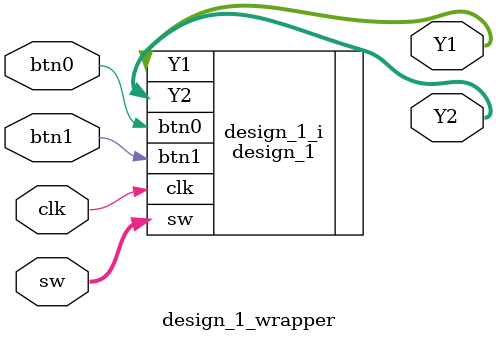
<source format=v>
`timescale 1 ps / 1 ps

module design_1_wrapper
   (Y1,
    Y2,
    btn0,
    btn1,
    clk,
    sw);
  output [7:0]Y1;
  output [7:0]Y2;
  input btn0;
  input btn1;
  input clk;
  input [7:0]sw;

  wire [7:0]Y1;
  wire [7:0]Y2;
  wire btn0;
  wire btn1;
  wire clk;
  wire [7:0]sw;

  design_1 design_1_i
       (.Y1(Y1),
        .Y2(Y2),
        .btn0(btn0),
        .btn1(btn1),
        .clk(clk),
        .sw(sw));
endmodule

</source>
